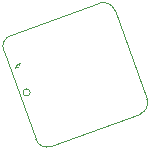
<source format=gtl>
G75*
%MOMM*%
%OFA0B0*%
%FSLAX34Y34*%
%IPPOS*%
%LPD*%
%ADD10C,0*%
D10*
G01*
X124805Y2611D02*
G75*
G01*
X49630Y-24751D01*
G02*
X36813Y-18774I-3420J9397D01*
G01*
X9451Y56401D01*
G02*
X15428Y69218I9397J3420D01*
G01*
X90603Y96580D01*
G02*
X103420Y90603I3420J-9397D01*
G01*
X130782Y15428D01*
G02*
X124805Y2611I-9397J-3420D01*
G01*
X31930Y20924D02*
G75*
G03*
X31930Y20924I-3000J0D01*
G01*
X23162Y45543D02*
G75*
G02*
X19006Y41831I-2819J-1026D01*
G01*
X20343Y44517D01*
G01*
X23162Y45543D01*
M02*

</source>
